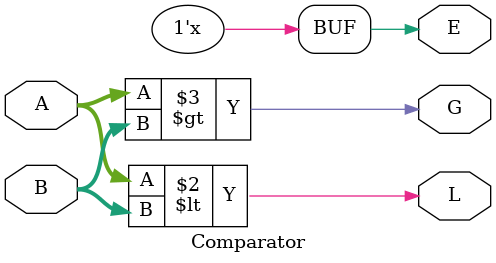
<source format=v>
`timescale 1ns / 1ps
module Comparator(
    input [4:0] A,
    input [4:0] B,
    output reg L,
    output reg E,
    output reg G
    );
	 
	 always@(*) begin
		L <= A<B;
		G <= A>B;
		E <= L~^G;
	 end
	 
endmodule

</source>
